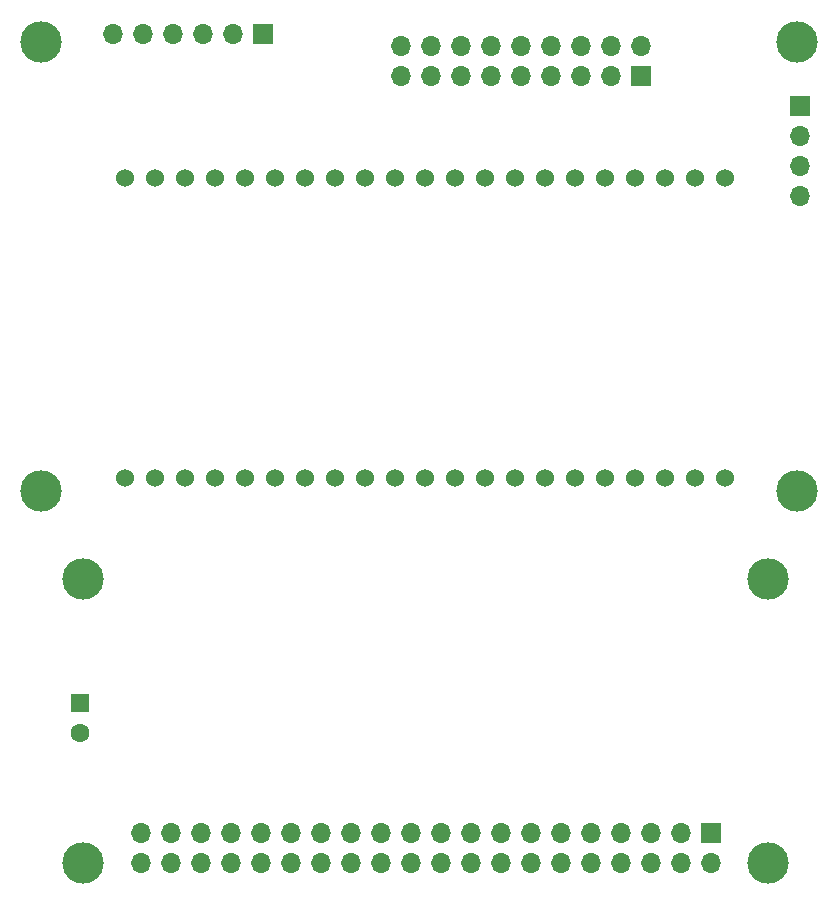
<source format=gbr>
%TF.GenerationSoftware,KiCad,Pcbnew,6.0.9-8da3e8f707~116~ubuntu20.04.1*%
%TF.CreationDate,2022-11-01T21:27:12-06:00*%
%TF.ProjectId,seedsigner-esp32-dev-board,73656564-7369-4676-9e65-722d65737033,rev?*%
%TF.SameCoordinates,Original*%
%TF.FileFunction,Soldermask,Top*%
%TF.FilePolarity,Negative*%
%FSLAX46Y46*%
G04 Gerber Fmt 4.6, Leading zero omitted, Abs format (unit mm)*
G04 Created by KiCad (PCBNEW 6.0.9-8da3e8f707~116~ubuntu20.04.1) date 2022-11-01 21:27:12*
%MOMM*%
%LPD*%
G01*
G04 APERTURE LIST*
%ADD10R,1.700000X1.700000*%
%ADD11O,1.700000X1.700000*%
%ADD12C,3.500000*%
%ADD13R,1.600000X1.600000*%
%ADD14C,1.600000*%
%ADD15C,1.530000*%
G04 APERTURE END LIST*
D10*
%TO.C,J2*%
X67310000Y69596000D03*
D11*
X67310000Y67056000D03*
X67310000Y64516000D03*
X67310000Y61976000D03*
%TD*%
D12*
%TO.C,H1*%
X67000000Y37000000D03*
%TD*%
%TO.C,U3*%
X64560000Y5540000D03*
X6560000Y5540000D03*
X64560000Y29540000D03*
X6560000Y29540000D03*
D10*
X59800000Y8080000D03*
D11*
X59800000Y5540000D03*
X57260000Y8080000D03*
X57260000Y5540000D03*
X54720000Y8080000D03*
X54720000Y5540000D03*
X52180000Y8080000D03*
X52180000Y5540000D03*
X49640000Y8080000D03*
X49640000Y5540000D03*
X47100000Y8080000D03*
X47100000Y5540000D03*
X44560000Y8080000D03*
X44560000Y5540000D03*
X42020000Y8080000D03*
X42020000Y5540000D03*
X39480000Y8080000D03*
X39480000Y5540000D03*
X36940000Y8080000D03*
X36940000Y5540000D03*
X34400000Y8080000D03*
X34400000Y5540000D03*
X31860000Y8080000D03*
X31860000Y5540000D03*
X29320000Y8080000D03*
X29320000Y5540000D03*
X26780000Y8080000D03*
X26780000Y5540000D03*
X24240000Y8080000D03*
X24240000Y5540000D03*
X21700000Y8080000D03*
X21700000Y5540000D03*
X19160000Y8080000D03*
X19160000Y5540000D03*
X16620000Y8080000D03*
X16620000Y5540000D03*
X14080000Y8080000D03*
X14080000Y5540000D03*
X11540000Y8080000D03*
X11540000Y5540000D03*
%TD*%
D12*
%TO.C,H2*%
X3000000Y37000000D03*
%TD*%
D13*
%TO.C,C1*%
X6350000Y19050000D03*
D14*
X6350000Y16550000D03*
%TD*%
D12*
%TO.C,H4*%
X3000000Y75000000D03*
%TD*%
D15*
%TO.C,U1*%
X12700000Y38100000D03*
X15240000Y38100000D03*
X17780000Y38100000D03*
X20320000Y38100000D03*
X10160000Y38100000D03*
X22860000Y38100000D03*
X25400000Y38100000D03*
X58420000Y38100000D03*
X27940000Y38100000D03*
X30480000Y38100000D03*
X33020000Y38100000D03*
X35560000Y38100000D03*
X38100000Y38100000D03*
X40640000Y38100000D03*
X43180000Y38100000D03*
X45720000Y38100000D03*
X48260000Y38100000D03*
X50800000Y38100000D03*
X53340000Y38100000D03*
X55880000Y38100000D03*
X60960000Y63500000D03*
X58420000Y63500000D03*
X55880000Y63500000D03*
X53340000Y63500000D03*
X50800000Y63500000D03*
X48260000Y63500000D03*
X45720000Y63500000D03*
X43180000Y63500000D03*
X40640000Y63500000D03*
X38100000Y63500000D03*
X35560000Y63500000D03*
X33020000Y63500000D03*
X30480000Y63500000D03*
X27940000Y63500000D03*
X25400000Y63500000D03*
X17780000Y63500000D03*
X15240000Y63500000D03*
X60960000Y38100000D03*
X10160000Y63500000D03*
X12700000Y63500000D03*
X20320000Y63500000D03*
X22860000Y63500000D03*
%TD*%
D12*
%TO.C,H3*%
X67000000Y75000000D03*
%TD*%
D10*
%TO.C,J1*%
X21844000Y75692000D03*
D11*
X19304000Y75692000D03*
X16764000Y75692000D03*
X14224000Y75692000D03*
X11684000Y75692000D03*
X9144000Y75692000D03*
%TD*%
D10*
%TO.C,U2*%
X53848000Y72136000D03*
D11*
X53848000Y74676000D03*
X51308000Y72136000D03*
X51308000Y74676000D03*
X48768000Y72136000D03*
X48768000Y74676000D03*
X46228000Y72136000D03*
X46228000Y74676000D03*
X43688000Y72136000D03*
X43688000Y74676000D03*
X41148000Y72136000D03*
X41148000Y74676000D03*
X38608000Y72136000D03*
X38608000Y74676000D03*
X36068000Y72136000D03*
X36068000Y74676000D03*
X33528000Y72136000D03*
X33528000Y74676000D03*
%TD*%
M02*

</source>
